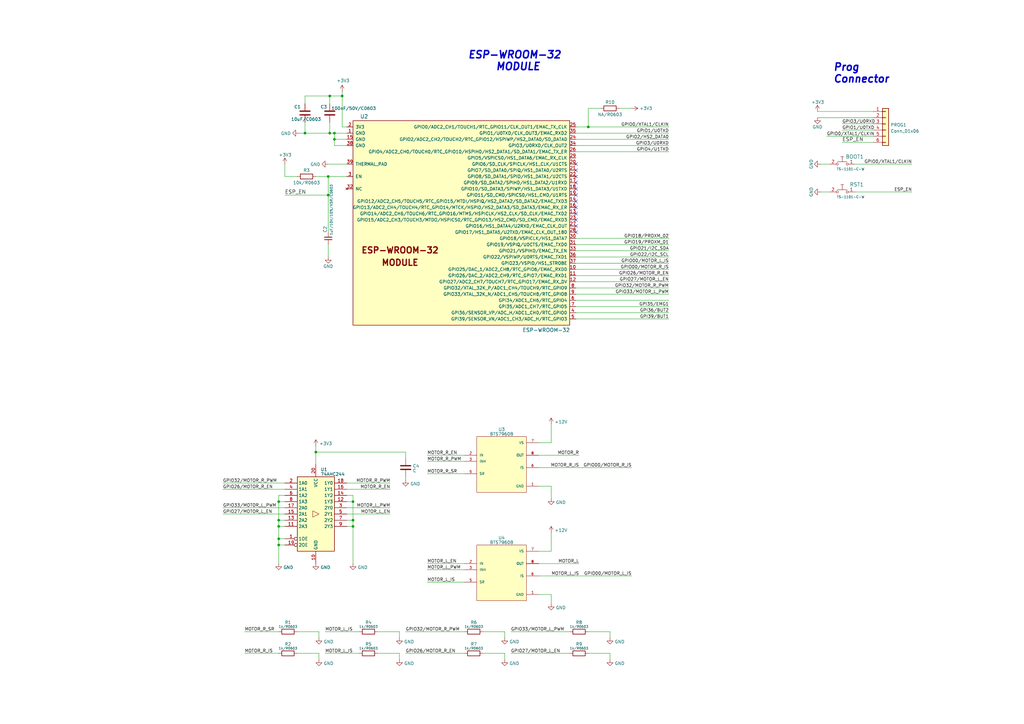
<source format=kicad_sch>
(kicad_sch (version 20230121) (generator eeschema)
  (paper "A3")
  (lib_symbols
    (symbol "74xx:74AHC244"
      (property "Reference" "U" (at -7.62 16.51 0))
      (property "Value" "74AHC244" (at -7.62 -16.51 0))
      (symbol "74AHC244_1_0"
        (polyline (pts (xy 1.27 0) (xy -1.27 1.27) (xy -1.27 -1.27) (xy 1.27 0)) (stroke (width 0.1524)))
        (pin input inverted (at -12.7 -10.16 0) (length 5.08) (name "1OE") (number "1"))
        (pin power_in line (at 0 -20.32 90) (length 5.08) (name "GND") (number "10"))
        (pin input line (at -12.7 -5.08 0) (length 5.08) (name "2A3") (number "11"))
        (pin tri_state line (at 12.7 5.08 180) (length 5.08) (name "1Y3") (number "12"))
        (pin input line (at -12.7 -2.54 0) (length 5.08) (name "2A2") (number "13"))
        (pin tri_state line (at 12.7 7.62 180) (length 5.08) (name "1Y2") (number "14"))
        (pin input line (at -12.7 0 0) (length 5.08) (name "2A1") (number "15"))
        (pin tri_state line (at 12.7 10.16 180) (length 5.08) (name "1Y1") (number "16"))
        (pin input line (at -12.7 2.54 0) (length 5.08) (name "2A0") (number "17"))
        (pin tri_state line (at 12.7 12.7 180) (length 5.08) (name "1Y0") (number "18"))
        (pin input inverted (at -12.7 -12.7 0) (length 5.08) (name "2OE") (number "19"))
        (pin input line (at -12.7 12.7 0) (length 5.08) (name "1A0") (number "2"))
        (pin power_in line (at 0 20.32 270) (length 5.08) (name "VCC") (number "20"))
        (pin tri_state line (at 12.7 2.54 180) (length 5.08) (name "2Y0") (number "3"))
        (pin input line (at -12.7 10.16 0) (length 5.08) (name "1A1") (number "4"))
        (pin tri_state line (at 12.7 0 180) (length 5.08) (name "2Y1") (number "5"))
        (pin input line (at -12.7 7.62 0) (length 5.08) (name "1A2") (number "6"))
        (pin tri_state line (at 12.7 -2.54 180) (length 5.08) (name "2Y2") (number "7"))
        (pin input line (at -12.7 5.08 0) (length 5.08) (name "1A3") (number "8"))
        (pin tri_state line (at 12.7 -5.08 180) (length 5.08) (name "2Y3") (number "9"))
      )
      (symbol "74AHC244_1_1"
        (rectangle (start -7.62 15.24) (end 7.62 -15.24) (stroke (width 0.254)) (fill (type background)))
      )
    )
    (symbol "Connector_Generic:Conn_01x06" (pin_names (offset 1.016) hide)
      (property "Reference" "J" (at 0 7.62 0))
      (property "Value" "Conn_01x06" (at 0 -10.16 0))
      (symbol "Conn_01x06_1_1"
        (rectangle (start -1.27 -7.493) (end 0 -7.747) (stroke (width 0.1524)))
        (rectangle (start -1.27 -4.953) (end 0 -5.207) (stroke (width 0.1524)))
        (rectangle (start -1.27 -2.413) (end 0 -2.667) (stroke (width 0.1524)))
        (rectangle (start -1.27 0.127) (end 0 -0.127) (stroke (width 0.1524)))
        (rectangle (start -1.27 2.667) (end 0 2.413) (stroke (width 0.1524)))
        (rectangle (start -1.27 5.207) (end 0 4.953) (stroke (width 0.1524)))
        (rectangle (start -1.27 6.35) (end 1.27 -8.89) (stroke (width 0.254)) (fill (type background)))
        (pin passive line (at -5.08 5.08 0) (length 3.81) (name "Pin_1") (number "1"))
        (pin passive line (at -5.08 2.54 0) (length 3.81) (name "Pin_2") (number "2"))
        (pin passive line (at -5.08 0 0) (length 3.81) (name "Pin_3") (number "3"))
        (pin passive line (at -5.08 -2.54 0) (length 3.81) (name "Pin_4") (number "4"))
        (pin passive line (at -5.08 -5.08 0) (length 3.81) (name "Pin_5") (number "5"))
        (pin passive line (at -5.08 -7.62 0) (length 3.81) (name "Pin_6") (number "6"))
      )
    )
    (symbol "Device:C" (pin_numbers hide) (pin_names (offset 0.254))
      (property "Reference" "C" (at 0.635 2.54 0))
      (property "Value" "C" (at 0.635 -2.54 0))
      (symbol "C_0_1"
        (polyline (pts (xy -2.032 -0.762) (xy 2.032 -0.762)) (stroke (width 0.508)))
        (polyline (pts (xy -2.032 0.762) (xy 2.032 0.762)) (stroke (width 0.508)))
      )
      (symbol "C_1_1"
        (pin passive line (at 0 3.81 270) (length 2.794) (name "~") (number "1"))
        (pin passive line (at 0 -3.81 90) (length 2.794) (name "~") (number "2"))
      )
    )
    (symbol "ESP32-EVB_Rev_I:+3.3V" (power) (pin_names (offset 0))
      (property "Value" "+3.3V" (at 0 3.556 0))
      (symbol "+3.3V_0_1"
        (polyline (pts (xy -0.762 1.27) (xy 0 2.54)))
        (polyline (pts (xy 0 0) (xy 0 2.54)))
        (polyline (pts (xy 0 2.54) (xy 0.762 1.27)))
      )
      (symbol "+3.3V_1_1"
        (pin power_in line (at 0 0 90) (length 0) hide (name "+3V3") (number "1"))
      )
    )
    (symbol "ESP32-EVB_Rev_I:C" (pin_numbers hide) (pin_names (offset 0.254) hide)
      (property "Reference" "C" (at 0.254 1.778 0))
      (property "Value" "C" (at 0.254 -2.032 0))
      (symbol "C_0_1"
        (polyline (pts (xy -1.524 -0.508) (xy 1.524 -0.508)) (stroke (width 0.3302)))
        (polyline (pts (xy -1.524 0.508) (xy 1.524 0.508)) (stroke (width 0.3048)))
      )
      (symbol "C_1_1"
        (pin passive line (at 0 2.54 270) (length 1.905) (name "~") (number "1"))
        (pin passive line (at 0 -2.54 90) (length 2.032) (name "~") (number "2"))
      )
    )
    (symbol "ESP32-EVB_Rev_I:ESP-WROOM-32" (pin_names (offset 1.016))
      (property "Reference" "U" (at 0 43.18 0))
      (property "Value" "ESP-WROOM-32" (at 0 -45.72 0))
      (symbol "ESP-WROOM-32_0_0"
        (text "ESP-WROOM-32" (at -23.876 -12.446 0) (effects (font (size 2.4892 2.4892) bold)))
        (text "MODULE" (at -23.876 -17.526 0) (effects (font (size 2.4892 2.4892) bold)))
      )
      (symbol "ESP-WROOM-32_0_1"
        (rectangle (start -43.18 40.64) (end 45.72 -43.18) (stroke (width 0.254)) (fill (type background)))
      )
      (symbol "ESP-WROOM-32_1_1"
        (pin power_in line (at -45.72 35.56 0) (length 2.54) (name "GND") (number "1"))
        (pin bidirectional line (at 48.26 -20.32 180) (length 2.54) (name "GPIO25/DAC_1/ADC2_CH8/RTC_GPIO6/EMAC_RXD0") (number "10"))
        (pin bidirectional line (at 48.26 -22.86 180) (length 2.54) (name "GPIO26/DAC_2/ADC2_CH9/RTC_GPIO7/EMAC_RXD1") (number "11"))
        (pin bidirectional line (at 48.26 -25.4 180) (length 2.54) (name "GPIO27/ADC2_CH7/TOUCH7/RTC_GPIO17/EMAC_RX_DV") (number "12"))
        (pin bidirectional line (at 48.26 2.54 180) (length 2.54) (name "GPIO14/ADC2_CH6/TOUCH6/RTC_GPIO16/MTMS/HSPICLK/HS2_CLK/SD_CLK/EMAC_TXD2") (number "13"))
        (pin bidirectional line (at 48.26 7.62 180) (length 2.54) (name "GPIO12/ADC2_CH5/TOUCH5/RTC_GPIO15/MTDI/HSPIQ/HS2_DATA2/SD_DATA2/EMAC_TXD3") (number "14"))
        (pin power_in line (at -45.72 33.02 0) (length 2.54) (name "GND") (number "15"))
        (pin bidirectional line (at 48.26 5.08 180) (length 2.54) (name "GPIO13/ADC2_CH4/TOUCH4/RTC_GPIO14/MTCK/HSPID/HS2_DATA3/SD_DATA3/EMAC_RX_ER") (number "16"))
        (pin bidirectional line (at 48.26 15.24 180) (length 2.54) (name "GPIO9/SD_DATA2/SPIHD/HS1_DATA2/U1RXD") (number "17"))
        (pin bidirectional line (at 48.26 12.7 180) (length 2.54) (name "GPIO10/SD_DATA3/SPIWP/HS1_DATA3/U1TXD") (number "18"))
        (pin bidirectional line (at 48.26 10.16 180) (length 2.54) (name "GPIO11/SD_CMD/SPICS0/HS1_CMD/U1RTS") (number "19"))
        (pin power_in line (at -45.72 38.1 0) (length 2.54) (name "3V3") (number "2"))
        (pin bidirectional line (at 48.26 22.86 180) (length 2.54) (name "GPIO6/SD_CLK/SPICLK/HS1_CLK/U1CTS") (number "20"))
        (pin bidirectional line (at 48.26 20.32 180) (length 2.54) (name "GPIO7/SD_DATA0/SPIQ/HS1_DATA0/U2RTS") (number "21"))
        (pin bidirectional line (at 48.26 17.78 180) (length 2.54) (name "GPIO8/SD_DATA1/SPID/HS1_DATA1/U2CTS") (number "22"))
        (pin bidirectional line (at 48.26 0 180) (length 2.54) (name "GPIO15/ADC2_CH3/TOUCH3/MTDO/HSPICS0/RTC_GPIO13/HS2_CMD/SD_CMD/EMAC_RXD3") (number "23"))
        (pin bidirectional line (at 48.26 33.02 180) (length 2.54) (name "GPIO2/ADC2_CH2/TOUCH2/RTC_GPIO12/HSPIWP/HS2_DATA0/SD_DATA0") (number "24"))
        (pin bidirectional line (at 48.26 38.1 180) (length 2.54) (name "GPIO0/ADC2_CH1/TOUCH1/RTC_GPIO11/CLK_OUT1/EMAC_TX_CLK") (number "25"))
        (pin bidirectional line (at 48.26 27.94 180) (length 2.54) (name "GPIO4/ADC2_CH0/TOUCH0/RTC_GPIO10/HSPIHD/HS2_DATA1/SD_DATA1/EMAC_TX_ER") (number "26"))
        (pin bidirectional line (at 48.26 -2.54 180) (length 2.54) (name "GPIO16/HS1_DATA4/U2RXD/EMAC_CLK_OUT") (number "27"))
        (pin bidirectional line (at 48.26 -5.08 180) (length 2.54) (name "GPIO17/HS1_DATA5/U2TXD/EMAC_CLK_OUT_180") (number "28"))
        (pin bidirectional line (at 48.26 25.4 180) (length 2.54) (name "GPIO5/VSPICS0/HS1_DATA6/EMAC_RX_CLK") (number "29"))
        (pin input line (at -45.72 17.78 0) (length 2.54) (name "EN") (number "3"))
        (pin bidirectional line (at 48.26 -7.62 180) (length 2.54) (name "GPIO18/VSPICLK/HS1_DATA7") (number "30"))
        (pin bidirectional line (at 48.26 -10.16 180) (length 2.54) (name "GPIO19/VSPIQ/U0CTS/EMAC_TXD0") (number "31"))
        (pin no_connect line (at -45.72 12.7 0) (length 2.54) (name "NC") (number "32"))
        (pin bidirectional line (at 48.26 -12.7 180) (length 2.54) (name "GPIO21/VSPIHD/EMAC_TX_EN") (number "33"))
        (pin bidirectional line (at 48.26 30.48 180) (length 2.54) (name "GPIO3/U0RXD/CLK_OUT2") (number "34"))
        (pin bidirectional line (at 48.26 35.56 180) (length 2.54) (name "GPIO1/U0TXD/CLK_OUT3/EMAC_RXD2") (number "35"))
        (pin bidirectional line (at 48.26 -15.24 180) (length 2.54) (name "GPIO22/VSPIWP/U0RTS/EMAC_TXD1") (number "36"))
        (pin bidirectional line (at 48.26 -17.78 180) (length 2.54) (name "GPIO23/VSPID/HS1_STROBE") (number "37"))
        (pin power_in line (at -45.72 30.48 0) (length 2.54) (name "GND") (number "38"))
        (pin power_in line (at -45.72 22.86 0) (length 2.54) (name "THERMAL_PAD") (number "39"))
        (pin input line (at 48.26 -38.1 180) (length 2.54) (name "GPI36/SENSOR_VP/ADC_H/ADC1_CH0/RTC_GPIO0") (number "4"))
        (pin input line (at 48.26 -40.64 180) (length 2.54) (name "GPI39/SENSOR_VN/ADC1_CH3/ADC_H/RTC_GPIO3") (number "5"))
        (pin input line (at 48.26 -33.02 180) (length 2.54) (name "GPI34/ADC1_CH6/RTC_GPIO4") (number "6"))
        (pin input line (at 48.26 -35.56 180) (length 2.54) (name "GPI35/ADC1_CH7/RTC_GPIO5") (number "7"))
        (pin bidirectional line (at 48.26 -27.94 180) (length 2.54) (name "GPIO32/XTAL_32K_P/ADC1_CH4/TOUCH9/RTC_GPIO9") (number "8"))
        (pin bidirectional line (at 48.26 -30.48 180) (length 2.54) (name "GPIO33/XTAL_32K_N/ADC1_CH5/TOUCH8/RTC_GPIO8") (number "9"))
      )
    )
    (symbol "ESP32-EVB_Rev_I:GND" (power) (pin_names (offset 0))
      (property "Value" "GND" (at 0 -3.81 0))
      (symbol "GND_0_1"
        (polyline (pts (xy 0 0) (xy 0 -1.27) (xy 1.27 -1.27) (xy 0 -2.54) (xy -1.27 -1.27) (xy 0 -1.27)))
      )
      (symbol "GND_1_1"
        (pin power_in line (at 0 0 270) (length 0) hide (name "GND") (number "1"))
      )
    )
    (symbol "ESP32-EVB_Rev_I:R" (pin_numbers hide) (pin_names (offset 0))
      (property "Reference" "R" (at 0 2.032 0))
      (property "Value" "R" (at 0 0 0))
      (symbol "R_0_1"
        (rectangle (start 2.54 -1.016) (end -2.54 1.016) (stroke (width 0.254)))
      )
      (symbol "R_1_1"
        (pin passive line (at -3.81 0 0) (length 1.27) (name "~") (number "1"))
        (pin passive line (at 3.81 0 180) (length 1.27) (name "~") (number "2"))
      )
    )
    (symbol "ESP32-EVB_Rev_I:SIDE_WTCM-TR(3x4)" (pin_names (offset 1.016))
      (property "Reference" "SW" (at -4.064 2.794 0))
      (property "Value" "SIDE_WTCM-TR(3x4)" (at 14.478 2.794 0))
      (symbol "SIDE_WTCM-TR(3x4)_0_1"
        (circle (center -2.0066 0) (radius 0.4318))
        (polyline (pts (xy -0.635 3.048) (xy 0.6096 3.048)))
        (polyline (pts (xy -0.0254 0.9398) (xy -2.0066 0.9398)))
        (polyline (pts (xy -0.0254 0.9398) (xy 1.9812 0.9398)))
        (polyline (pts (xy -0.0254 1.016) (xy -0.0254 2.9718)))
        (circle (center 2.0574 0.0254) (radius 0.4318))
      )
      (symbol "SIDE_WTCM-TR(3x4)_1_1"
        (pin passive line (at -5.08 0 0) (length 2.5908) (name "~") (number "1"))
        (pin passive line (at 5.08 0 180) (length 2.5908) (name "~") (number "2"))
      )
    )
    (symbol "OLIMEX_Power:+12V" (power) (pin_names (offset 0))
      (property "Value" "+12V" (at 0 3.556 0))
      (symbol "+12V_0_1"
        (polyline (pts (xy -0.762 1.27) (xy 0 2.54)))
        (polyline (pts (xy 0 0) (xy 0 2.54)))
        (polyline (pts (xy 0 2.54) (xy 0.762 1.27)))
      )
      (symbol "+12V_1_1"
        (pin power_in line (at 0 0 90) (length 0) hide (name "+12V") (number "1"))
      )
    )
    (symbol "shubot_lib_v1.0:BTS7960B" (pin_names (offset 1.016))
      (property "Reference" "U" (at -10.16 10.922 0))
      (property "Value" "BTS7960B" (at -10.16 -15.24 0))
      (symbol "BTS7960B_0_0"
        (rectangle (start -10.16 -12.7) (end 10.16 10.16) (stroke (width 0.1524)) (fill (type background)))
        (pin power_in line (at 15.24 -10.16 180) (length 5.08) (name "GND") (number "1"))
        (pin input line (at -15.24 2.54 0) (length 5.08) (name "IN") (number "2"))
        (pin input line (at -15.24 0 0) (length 5.08) (name "INH") (number "3"))
        (pin output line (at 15.24 2.54 180) (length 5.08) (name "OUT") (number "4"))
        (pin input line (at -15.24 -5.08 0) (length 5.08) (name "SR") (number "5"))
        (pin output line (at 15.24 -2.54 180) (length 5.08) (name "IS") (number "6"))
        (pin power_in line (at 15.24 7.62 180) (length 5.08) (name "VS") (number "7"))
        (pin output line (at 15.24 2.54 180) (length 5.08) (name "OUT") (number "8"))
      )
    )
  )
  (junction (at 125.095 54.61))
  (junction (at 129.54 185.42))
  (junction (at 144.78 215.9))
  (junction (at 241.3 52.07))
  (junction (at 114.3 220.98))
  (junction (at 114.3 205.74))
  (junction (at 114.3 215.9))
  (junction (at 135.255 54.61))
  (junction (at 140.335 39.37))
  (junction (at 137.16 57.15))
  (junction (at 144.78 213.36))
  (junction (at 114.3 223.52))
  (junction (at 134.62 72.39))
  (junction (at 144.78 205.74))
  (junction (at 137.16 54.61))
  (junction (at 135.255 39.37))
  (junction (at 114.3 213.36))
  (junction (at 134.62 80.01))
  (no_connect (at 236.22 74.93))
  (no_connect (at 236.22 72.39))
  (no_connect (at 236.22 82.55))
  (no_connect (at 236.22 67.31))
  (no_connect (at 236.22 77.47))
  (no_connect (at 236.22 90.17))
  (no_connect (at 236.22 92.71))
  (no_connect (at 236.22 85.09))
  (no_connect (at 236.22 69.85))
  (no_connect (at 236.22 87.63))
  (no_connect (at 236.22 80.01))
  (no_connect (at 236.22 95.25))
  (wire (pts (xy 166.37 187.96) (xy 166.37 185.42)))
  (wire (pts (xy 339.09 55.88) (xy 358.14 55.88)))
  (wire (pts (xy 137.16 54.61) (xy 137.16 57.15)))
  (wire (pts (xy 114.3 220.98) (xy 116.84 220.98)))
  (wire (pts (xy 236.22 120.65) (xy 274.32 120.65)))
  (wire (pts (xy 91.44 200.66) (xy 116.84 200.66)))
  (wire (pts (xy 241.3 44.45) (xy 241.3 52.07)))
  (wire (pts (xy 236.22 128.27) (xy 274.32 128.27)))
  (wire (pts (xy 207.01 270.51) (xy 207.01 267.97)))
  (wire (pts (xy 129.54 182.88) (xy 129.54 185.42)))
  (wire (pts (xy 374.015 67.31) (xy 350.52 67.31)))
  (wire (pts (xy 116.84 72.39) (xy 121.92 72.39)))
  (wire (pts (xy 137.16 59.69) (xy 142.24 59.69)))
  (wire (pts (xy 226.06 173.99) (xy 226.06 181.61)))
  (wire (pts (xy 114.3 205.74) (xy 114.3 213.36)))
  (wire (pts (xy 114.3 213.36) (xy 116.84 213.36)))
  (wire (pts (xy 236.22 97.79) (xy 274.32 97.79)))
  (wire (pts (xy 142.24 57.15) (xy 137.16 57.15)))
  (wire (pts (xy 142.24 205.74) (xy 144.78 205.74)))
  (wire (pts (xy 236.22 105.41) (xy 274.32 105.41)))
  (wire (pts (xy 144.78 205.74) (xy 144.78 203.2)))
  (wire (pts (xy 166.37 185.42) (xy 129.54 185.42)))
  (wire (pts (xy 246.38 44.45) (xy 241.3 44.45)))
  (wire (pts (xy 250.19 259.08) (xy 241.3 259.08)))
  (wire (pts (xy 125.095 42.545) (xy 125.095 39.37)))
  (wire (pts (xy 175.26 186.69) (xy 190.5 186.69)))
  (wire (pts (xy 130.81 267.97) (xy 121.92 267.97)))
  (wire (pts (xy 226.06 199.39) (xy 226.06 204.47)))
  (wire (pts (xy 125.095 54.61) (xy 135.255 54.61)))
  (wire (pts (xy 142.24 215.9) (xy 144.78 215.9)))
  (wire (pts (xy 114.3 205.74) (xy 116.84 205.74)))
  (wire (pts (xy 236.22 57.15) (xy 274.32 57.15)))
  (wire (pts (xy 236.22 113.03) (xy 274.32 113.03)))
  (wire (pts (xy 250.19 267.97) (xy 241.3 267.97)))
  (wire (pts (xy 236.22 52.07) (xy 241.3 52.07)))
  (wire (pts (xy 140.335 52.07) (xy 142.24 52.07)))
  (wire (pts (xy 335.28 45.72) (xy 358.14 45.72)))
  (wire (pts (xy 129.54 72.39) (xy 134.62 72.39)))
  (wire (pts (xy 226.06 226.06) (xy 220.98 226.06)))
  (wire (pts (xy 114.3 223.52) (xy 114.3 220.98)))
  (wire (pts (xy 129.54 185.42) (xy 129.54 190.5)))
  (wire (pts (xy 125.095 50.165) (xy 125.095 54.61)))
  (wire (pts (xy 236.22 62.23) (xy 274.32 62.23)))
  (wire (pts (xy 166.37 195.58) (xy 166.37 196.85)))
  (wire (pts (xy 133.35 267.97) (xy 147.32 267.97)))
  (wire (pts (xy 134.62 72.39) (xy 142.24 72.39)))
  (wire (pts (xy 335.28 48.26) (xy 358.14 48.26)))
  (wire (pts (xy 134.62 80.01) (xy 116.84 80.01)))
  (wire (pts (xy 175.26 189.23) (xy 190.5 189.23)))
  (wire (pts (xy 209.55 259.08) (xy 233.68 259.08)))
  (wire (pts (xy 220.98 199.39) (xy 226.06 199.39)))
  (wire (pts (xy 250.19 270.51) (xy 250.19 267.97)))
  (wire (pts (xy 236.22 100.33) (xy 274.32 100.33)))
  (wire (pts (xy 122.555 54.61) (xy 125.095 54.61)))
  (wire (pts (xy 166.37 267.97) (xy 190.5 267.97)))
  (wire (pts (xy 114.3 223.52) (xy 116.84 223.52)))
  (wire (pts (xy 116.84 67.31) (xy 116.84 72.39)))
  (wire (pts (xy 133.35 259.08) (xy 147.32 259.08)))
  (wire (pts (xy 135.255 54.61) (xy 137.16 54.61)))
  (wire (pts (xy 130.81 259.08) (xy 121.92 259.08)))
  (wire (pts (xy 226.06 218.44) (xy 226.06 226.06)))
  (wire (pts (xy 130.81 261.62) (xy 130.81 259.08)))
  (wire (pts (xy 144.78 231.14) (xy 144.78 215.9)))
  (wire (pts (xy 100.33 267.97) (xy 114.3 267.97)))
  (wire (pts (xy 207.01 259.08) (xy 198.12 259.08)))
  (wire (pts (xy 163.83 267.97) (xy 154.94 267.97)))
  (wire (pts (xy 163.83 261.62) (xy 163.83 259.08)))
  (wire (pts (xy 226.06 181.61) (xy 220.98 181.61)))
  (wire (pts (xy 142.24 198.12) (xy 160.02 198.12)))
  (wire (pts (xy 345.44 53.34) (xy 358.14 53.34)))
  (wire (pts (xy 254 44.45) (xy 259.08 44.45)))
  (wire (pts (xy 134.62 100.33) (xy 134.62 105.41)))
  (wire (pts (xy 236.22 118.11) (xy 274.32 118.11)))
  (wire (pts (xy 374.015 78.74) (xy 350.52 78.74)))
  (wire (pts (xy 114.3 231.14) (xy 114.3 223.52)))
  (wire (pts (xy 236.22 125.73) (xy 274.32 125.73)))
  (wire (pts (xy 236.22 102.87) (xy 274.32 102.87)))
  (wire (pts (xy 175.26 233.68) (xy 190.5 233.68)))
  (wire (pts (xy 250.19 261.62) (xy 250.19 259.08)))
  (wire (pts (xy 135.255 39.37) (xy 140.335 39.37)))
  (wire (pts (xy 142.24 213.36) (xy 144.78 213.36)))
  (wire (pts (xy 163.83 270.51) (xy 163.83 267.97)))
  (wire (pts (xy 91.44 208.28) (xy 116.84 208.28)))
  (wire (pts (xy 345.44 58.42) (xy 358.14 58.42)))
  (wire (pts (xy 220.98 236.22) (xy 259.08 236.22)))
  (wire (pts (xy 140.335 37.465) (xy 140.335 39.37)))
  (wire (pts (xy 114.3 203.2) (xy 114.3 205.74)))
  (wire (pts (xy 220.98 231.14) (xy 237.49 231.14)))
  (wire (pts (xy 114.3 215.9) (xy 114.3 220.98)))
  (wire (pts (xy 236.22 110.49) (xy 274.32 110.49)))
  (wire (pts (xy 91.44 210.82) (xy 116.84 210.82)))
  (wire (pts (xy 142.24 210.82) (xy 160.02 210.82)))
  (wire (pts (xy 236.22 115.57) (xy 274.32 115.57)))
  (wire (pts (xy 207.01 267.97) (xy 198.12 267.97)))
  (wire (pts (xy 142.24 67.31) (xy 134.62 67.31)))
  (wire (pts (xy 175.26 238.76) (xy 190.5 238.76)))
  (wire (pts (xy 220.98 191.77) (xy 259.08 191.77)))
  (wire (pts (xy 114.3 215.9) (xy 116.84 215.9)))
  (wire (pts (xy 336.55 67.31) (xy 340.36 67.31)))
  (wire (pts (xy 142.24 208.28) (xy 160.02 208.28)))
  (wire (pts (xy 226.06 247.65) (xy 226.06 243.84)))
  (wire (pts (xy 209.55 267.97) (xy 233.68 267.97)))
  (wire (pts (xy 175.26 231.14) (xy 190.5 231.14)))
  (wire (pts (xy 163.83 259.08) (xy 154.94 259.08)))
  (wire (pts (xy 142.24 200.66) (xy 160.02 200.66)))
  (wire (pts (xy 345.44 50.8) (xy 358.14 50.8)))
  (wire (pts (xy 220.98 186.69) (xy 237.49 186.69)))
  (wire (pts (xy 125.095 39.37) (xy 135.255 39.37)))
  (wire (pts (xy 144.78 203.2) (xy 142.24 203.2)))
  (wire (pts (xy 166.37 259.08) (xy 190.5 259.08)))
  (wire (pts (xy 175.26 194.31) (xy 190.5 194.31)))
  (wire (pts (xy 236.22 54.61) (xy 274.32 54.61)))
  (wire (pts (xy 100.33 259.08) (xy 114.3 259.08)))
  (wire (pts (xy 241.3 52.07) (xy 274.32 52.07)))
  (wire (pts (xy 226.06 243.84) (xy 220.98 243.84)))
  (wire (pts (xy 135.255 50.165) (xy 135.255 54.61)))
  (wire (pts (xy 236.22 59.69) (xy 274.32 59.69)))
  (wire (pts (xy 135.255 39.37) (xy 135.255 42.545)))
  (wire (pts (xy 336.55 78.74) (xy 340.36 78.74)))
  (wire (pts (xy 134.62 72.39) (xy 134.62 80.01)))
  (wire (pts (xy 116.84 203.2) (xy 114.3 203.2)))
  (wire (pts (xy 236.22 130.81) (xy 274.32 130.81)))
  (wire (pts (xy 140.335 39.37) (xy 140.335 52.07)))
  (wire (pts (xy 236.22 123.19) (xy 274.32 123.19)))
  (wire (pts (xy 137.16 54.61) (xy 142.24 54.61)))
  (wire (pts (xy 91.44 198.12) (xy 116.84 198.12)))
  (wire (pts (xy 144.78 215.9) (xy 144.78 213.36)))
  (wire (pts (xy 134.62 80.01) (xy 134.62 95.25)))
  (wire (pts (xy 137.16 57.15) (xy 137.16 59.69)))
  (wire (pts (xy 130.81 270.51) (xy 130.81 267.97)))
  (wire (pts (xy 144.78 213.36) (xy 144.78 205.74)))
  (wire (pts (xy 236.22 107.95) (xy 274.32 107.95)))
  (wire (pts (xy 114.3 213.36) (xy 114.3 215.9)))
  (wire (pts (xy 207.01 261.62) (xy 207.01 259.08)))
  (text "ESP-WROOM-32\n     MODULE" (at 191.77 29.21 0) (effects (font (size 2.9972 2.9972) (thickness 0.5994) bold italic) (justify left bottom)))
  (text "Prog\nConnector" (at 341.63 34.29 0) (effects (font (size 2.9972 2.9972) (thickness 0.5994) bold italic) (justify left bottom)))
  (label "ESP_EN" (at 345.44 58.42 0) (effects (font (size 1.524 1.524))))
  (label "GPI36{slash}BUT2" (at 274.32 128.27 180))
  (label "MOTOR_R_EN" (at 160.02 200.66 180))
  (label "GPIO1/U0TXD" (at 345.44 53.34 0))
  (label "GPIO00{slash}MOTOR_R_IS" (at 259.08 191.77 180))
  (label "MOTOR_L_IS" (at 133.35 267.97 0))
  (label "MOTOR_L_IS" (at 133.35 259.08 0))
  (label "MOTOR_L_PWM" (at 160.02 208.28 180))
  (label "GPIO0{slash}XTAL1{slash}CLKIN" (at 274.32 52.07 180))
  (label "ESP_EN" (at 116.84 80.01 0) (effects (font (size 1.524 1.524))))
  (label "MOTOR_L_IS" (at 237.49 236.22 180))
  (label "GPIO18{slash}PROXM_02" (at 274.32 97.79 180))
  (label "MOTOR_L_PWM" (at 175.26 233.68 0))
  (label "GPIO32{slash}MOTOR_R_PWM" (at 166.37 259.08 0))
  (label "GPIO32{slash}MOTOR_R_PWM" (at 91.44 198.12 0))
  (label "MOTOR_L_IS" (at 175.26 238.76 0))
  (label "MOTOR_R_PWM" (at 160.02 198.12 180))
  (label "GPIO3/U0RXD" (at 274.32 59.69 180))
  (label "GPIO32{slash}MOTOR_R_PWM" (at 274.32 118.11 180))
  (label "GPIO00{slash}MOTOR_L_IS" (at 259.08 236.22 180))
  (label "MOTOR_L_EN" (at 175.26 231.14 0))
  (label "GPIO00{slash}MOTOR_L_IS" (at 274.32 107.95 180))
  (label "ESP_EN" (at 374.015 78.74 180))
  (label "GPIO4{slash}U1TXD" (at 274.32 62.23 180))
  (label "GPIO33{slash}MOTOR_L_PWM" (at 91.44 208.28 0))
  (label "GPIO0{slash}XTAL1{slash}CLKIN" (at 374.015 67.31 180))
  (label "MOTOR_L_EN" (at 160.02 210.82 180))
  (label "GPIO26{slash}MOTOR_R_EN" (at 274.32 113.03 180))
  (label "GPIO33{slash}MOTOR_L_PWM" (at 274.32 120.65 180))
  (label "GPIO0{slash}XTAL1{slash}CLKIN" (at 339.09 55.88 0))
  (label "GPIO00{slash}MOTOR_R_IS" (at 274.32 110.49 180))
  (label "MOTOR_R_SR" (at 175.26 194.31 0))
  (label "MOTOR_R_IS" (at 100.33 267.97 0))
  (label "GPIO21{slash}I2C_SDA" (at 274.32 102.87 180))
  (label "GPIO22{slash}I2C_SCL" (at 274.32 105.41 180))
  (label "MOTOR_R_IS" (at 237.49 191.77 180))
  (label "MOTOR_R" (at 237.49 186.69 180))
  (label "GPIO27{slash}MOTOR_L_EN" (at 91.44 210.82 0))
  (label "GPIO26{slash}MOTOR_R_EN" (at 166.37 267.97 0))
  (label "GPI39{slash}BUT1" (at 274.32 130.81 180))
  (label "GPIO33{slash}MOTOR_L_PWM" (at 209.55 259.08 0))
  (label "GPIO27{slash}MOTOR_L_EN" (at 209.55 267.97 0))
  (label "GPIO19{slash}PROXM_01" (at 274.32 100.33 180))
  (label "GPIO2/HS2_DATA0" (at 274.32 57.15 180))
  (label "GPI35{slash}EMG1" (at 274.32 125.73 180))
  (label "MOTOR_R_EN" (at 175.26 186.69 0))
  (label "GPIO26{slash}MOTOR_R_EN" (at 91.44 200.66 0))
  (label "GPIO1/U0TXD" (at 274.32 54.61 180))
  (label "MOTOR_R_PWM" (at 175.26 189.23 0))
  (label "MOTOR_L" (at 237.49 231.14 180))
  (label "MOTOR_R_SR" (at 100.33 259.08 0))
  (label "GPIO27{slash}MOTOR_L_EN" (at 274.32 115.57 180))
  (label "GPIO3/U0RXD" (at 345.44 50.8 0))
  (symbol (lib_id "74xx:74AHC244") (at 129.54 210.82 0) (unit 1)
    (property "Reference" "U1" (at 131.4959 192.5701 0) (effects (justify left)))
    (property "Value" "74AHC244" (at 131.4959 194.4911 0) (effects (justify left)))
    (property "Footprint" "Package_SO:SO-20_12.8x7.5mm_P1.27mm" (effects hide))
    (property "Datasheet" "https://assets.nexperia.com/documents/data-sheet/74AHC_AHCT244.pdf" (effects hide))
  )
  (symbol (lib_id "ESP32-EVB_Rev_I:+3.3V") (at 116.84 67.31 0) (unit 1)
    (property "Reference" "#PWR02" (effects hide))
    (property "Value" "+3.3V" (at 114.3 63.5 0) (effects (justify left)))
  )
  (symbol (lib_id "ESP32-EVB_Rev_I:GND") (at 226.06 204.47 0) (unit 1)
    (property "Reference" "#PWR018" (effects hide))
    (property "Value" "GND" (at 227.965 206.0568 0) (effects (justify left)))
  )
  (symbol (lib_id "ESP32-EVB_Rev_I:GND") (at 134.62 67.31 270) (unit 1)
    (property "Reference" "#PWR08" (effects hide))
    (property "Value" "GND" (at 131.3688 67.437 90) (effects (justify right)))
  )
  (symbol (lib_id "shubot_lib_v1.0:BTS7960B") (at 205.74 233.68 0) (unit 1)
    (property "Reference" "U4" (at 205.74 220.5609 0))
    (property "Value" "BTS7960B" (at 205.74 222.4819 0))
    (property "Footprint" "shubot_lib:DPAK127P1490X440-8N" (effects hide))
    (property "STANDARD" "IPC-7351B" (effects hide))
    (property "PARTREV" "1.1" (effects hide))
    (property "MANUFACTURER" "Infineon" (effects hide))
    (property "MAXIMUM_PACKAGE_HEIGHT" "4.4mm" (effects hide))
  )
  (symbol (lib_id "ESP32-EVB_Rev_I:GND") (at 335.28 48.26 0) (unit 1)
    (property "Reference" "#PWR025" (effects hide))
    (property "Value" "GND" (at 335.28 52.07 0))
  )
  (symbol (lib_id "Connector_Generic:Conn_01x06") (at 363.22 50.8 0) (unit 1)
    (property "Reference" "PROG1" (at 365.252 51.2353 0) (effects (justify left)))
    (property "Value" "Conn_01x06" (at 365.252 53.7722 0) (effects (justify left)))
    (property "Footprint" "Connector_PinHeader_2.54mm:PinHeader_1x06_P2.54mm_Vertical" (effects hide))
  )
  (symbol (lib_id "ESP32-EVB_Rev_I:GND") (at 336.55 67.31 270) (unit 1)
    (property "Reference" "#PWR026" (effects hide))
    (property "Value" "GND" (at 332.74 67.31 0))
  )
  (symbol (lib_id "ESP32-EVB_Rev_I:+3.3V") (at 335.28 45.72 0) (unit 1)
    (property "Reference" "#PWR024" (effects hide))
    (property "Value" "+3.3V" (at 332.74 41.91 0) (effects (justify left)))
  )
  (symbol (lib_id "ESP32-EVB_Rev_I:R") (at 118.11 259.08 0) (unit 1)
    (property "Reference" "R1" (at 118.11 255.2815 0))
    (property "Value" "1k/R0603" (at 118.11 257.0191 0) (effects (font (size 0.9906 0.9906))))
    (property "Footprint" "Resistor_SMD:R_0603_1608Metric" (effects hide))
    (property "Fieldname 1" "Value 1" (effects hide))
    (property "Fieldname2" "Value2" (effects hide))
    (property "Fieldname3" "Value3" (effects hide))
  )
  (symbol (lib_id "ESP32-EVB_Rev_I:GND") (at 207.01 261.62 0) (unit 1)
    (property "Reference" "#PWR015" (effects hide))
    (property "Value" "GND" (at 208.915 263.2068 0) (effects (justify left)))
  )
  (symbol (lib_id "ESP32-EVB_Rev_I:GND") (at 130.81 270.51 0) (unit 1)
    (property "Reference" "#PWR07" (effects hide))
    (property "Value" "GND" (at 132.715 272.0968 0) (effects (justify left)))
  )
  (symbol (lib_id "ESP32-EVB_Rev_I:C") (at 134.62 97.79 180) (unit 1)
    (property "Reference" "C2" (at 133.35 92.71 90) (effects (justify left)))
    (property "Value" "1uF/10V/10%/X5R/C0603" (at 135.89 75.565 90) (effects (font (size 1.016 1.016)) (justify left)))
    (property "Footprint" "Capacitor_SMD:C_0603_1608Metric" (effects hide))
  )
  (symbol (lib_id "ESP32-EVB_Rev_I:SIDE_WTCM-TR(3x4)") (at 345.44 67.31 0) (mirror y) (unit 1)
    (property "Reference" "BOOT1" (at 354.33 64.262 0) (effects (font (size 1.524 1.524)) (justify left)))
    (property "Value" "TS-1101-C-W" (at 354.584 69.342 0) (effects (font (size 0.9906 0.9906)) (justify left)))
    (property "Footprint" "Button_Switch_SMD:SW_SPST_CK_RS282G05A3" (effects hide))
    (property "Fieldname 1" "Value 1" (effects hide))
    (property "Fieldname2" "Value2" (effects hide))
    (property "Fieldname3" "Value3" (effects hide))
    (property "JLCPCB" "C318938" (effects hide))
  )
  (symbol (lib_id "ESP32-EVB_Rev_I:R") (at 194.31 259.08 0) (unit 1)
    (property "Reference" "R6" (at 194.31 255.2815 0))
    (property "Value" "1k/R0603" (at 194.31 257.0191 0) (effects (font (size 0.9906 0.9906))))
    (property "Footprint" "Resistor_SMD:R_0603_1608Metric" (effects hide))
    (property "Fieldname 1" "Value 1" (effects hide))
    (property "Fieldname2" "Value2" (effects hide))
    (property "Fieldname3" "Value3" (effects hide))
  )
  (symbol (lib_id "ESP32-EVB_Rev_I:GND") (at 134.62 105.41 0) (unit 1)
    (property "Reference" "#PWR09" (effects hide))
    (property "Value" "GND" (at 134.62 109.22 0))
  )
  (symbol (lib_id "ESP32-EVB_Rev_I:GND") (at 163.83 261.62 0) (unit 1)
    (property "Reference" "#PWR012" (effects hide))
    (property "Value" "GND" (at 165.735 263.2068 0) (effects (justify left)))
  )
  (symbol (lib_id "ESP32-EVB_Rev_I:R") (at 151.13 259.08 0) (unit 1)
    (property "Reference" "R4" (at 151.13 255.2815 0))
    (property "Value" "1k/R0603" (at 151.13 257.0191 0) (effects (font (size 0.9906 0.9906))))
    (property "Footprint" "Resistor_SMD:R_0603_1608Metric" (effects hide))
    (property "Fieldname 1" "Value 1" (effects hide))
    (property "Fieldname2" "Value2" (effects hide))
    (property "Fieldname3" "Value3" (effects hide))
  )
  (symbol (lib_id "ESP32-EVB_Rev_I:GND") (at 122.555 54.61 270) (unit 1)
    (property "Reference" "#PWR03" (effects hide))
    (property "Value" "GND" (at 119.3038 54.737 90) (effects (justify right)))
  )
  (symbol (lib_id "ESP32-EVB_Rev_I:R") (at 125.73 72.39 0) (unit 1)
    (property "Reference" "R3" (at 125.73 69.85 0))
    (property "Value" "10k/R0603" (at 125.73 74.93 0))
    (property "Footprint" "Resistor_SMD:R_0603_1608Metric" (effects hide))
    (property "Fieldname 1" "Value 1" (effects hide))
    (property "Fieldname2" "Value2" (effects hide))
    (property "Fieldname3" "Value3" (effects hide))
  )
  (symbol (lib_id "OLIMEX_Power:+12V") (at 226.06 173.99 0) (unit 1)
    (property "Reference" "#PWR017" (effects hide))
    (property "Value" "+12V" (at 227.457 173.0368 0) (effects (justify left)))
  )
  (symbol (lib_id "ESP32-EVB_Rev_I:GND") (at 130.81 261.62 0) (unit 1)
    (property "Reference" "#PWR06" (effects hide))
    (property "Value" "GND" (at 132.715 263.2068 0) (effects (justify left)))
  )
  (symbol (lib_id "Device:C") (at 125.095 46.355 0) (unit 1)
    (property "Reference" "C1" (at 120.65 43.815 0) (effects (justify left)))
    (property "Value" "10uF/C0603" (at 119.38 48.895 0) (effects (justify left)))
    (property "Footprint" "Capacitor_SMD:C_0603_1608Metric" (effects hide))
  )
  (symbol (lib_id "ESP32-EVB_Rev_I:GND") (at 129.54 231.14 0) (unit 1)
    (property "Reference" "#PWR05" (effects hide))
    (property "Value" "GND" (at 131.445 232.7268 0) (effects (justify left)))
  )
  (symbol (lib_id "ESP32-EVB_Rev_I:R") (at 237.49 259.08 0) (unit 1)
    (property "Reference" "R8" (at 237.49 255.2815 0))
    (property "Value" "1k/R0603" (at 237.49 257.0191 0) (effects (font (size 0.9906 0.9906))))
    (property "Footprint" "Resistor_SMD:R_0603_1608Metric" (effects hide))
    (property "Fieldname 1" "Value 1" (effects hide))
    (property "Fieldname2" "Value2" (effects hide))
    (property "Fieldname3" "Value3" (effects hide))
  )
  (symbol (lib_id "ESP32-EVB_Rev_I:GND") (at 336.55 78.74 270) (unit 1)
    (property "Reference" "#PWR027" (effects hide))
    (property "Value" "GND" (at 332.74 78.74 0))
  )
  (symbol (lib_id "ESP32-EVB_Rev_I:+3.3V") (at 140.335 37.465 0) (unit 1)
    (property "Reference" "#PWR010" (effects hide))
    (property "Value" "+3.3V" (at 140.716 33.0708 0))
  )
  (symbol (lib_id "ESP32-EVB_Rev_I:GND") (at 250.19 270.51 0) (unit 1)
    (property "Reference" "#PWR022" (effects hide))
    (property "Value" "GND" (at 252.095 272.0968 0) (effects (justify left)))
  )
  (symbol (lib_id "Device:C") (at 135.255 46.355 0) (unit 1)
    (property "Reference" "C3" (at 131.445 43.815 0) (effects (justify left)))
    (property "Value" "100nF/50V/C0603" (at 135.89 44.45 0) (effects (justify left)))
    (property "Footprint" "Capacitor_SMD:C_0603_1608Metric" (effects hide))
  )
  (symbol (lib_id "ESP32-EVB_Rev_I:SIDE_WTCM-TR(3x4)") (at 345.44 78.74 0) (mirror y) (unit 1)
    (property "Reference" "RST1" (at 354.33 75.692 0) (effects (font (size 1.524 1.524)) (justify left)))
    (property "Value" "TS-1101-C-W" (at 354.584 80.772 0) (effects (font (size 0.9906 0.9906)) (justify left)))
    (property "Footprint" "Button_Switch_SMD:SW_SPST_CK_RS282G05A3" (effects hide))
    (property "Fieldname 1" "Value 1" (effects hide))
    (property "Fieldname2" "Value2" (effects hide))
    (property "Fieldname3" "Value3" (effects hide))
    (property "JLCPCB" "C318938" (effects hide))
  )
  (symbol (lib_id "ESP32-EVB_Rev_I:R") (at 237.49 267.97 0) (unit 1)
    (property "Reference" "R9" (at 237.49 264.1715 0))
    (property "Value" "1k/R0603" (at 237.49 265.9091 0) (effects (font (size 0.9906 0.9906))))
    (property "Footprint" "Resistor_SMD:R_0603_1608Metric" (effects hide))
    (property "Fieldname 1" "Value 1" (effects hide))
    (property "Fieldname2" "Value2" (effects hide))
    (property "Fieldname3" "Value3" (effects hide))
  )
  (symbol (lib_id "ESP32-EVB_Rev_I:GND") (at 207.01 270.51 0) (unit 1)
    (property "Reference" "#PWR016" (effects hide))
    (property "Value" "GND" (at 208.915 272.0968 0) (effects (justify left)))
  )
  (symbol (lib_id "ESP32-EVB_Rev_I:GND") (at 166.37 196.85 0) (unit 1)
    (property "Reference" "#PWR014" (effects hide))
    (property "Value" "GND" (at 168.275 198.4368 0) (effects (justify left)))
  )
  (symbol (lib_id "OLIMEX_Power:+12V") (at 226.06 218.44 0) (unit 1)
    (property "Reference" "#PWR019" (effects hide))
    (property "Value" "+12V" (at 227.457 217.4868 0) (effects (justify left)))
  )
  (symbol (lib_id "ESP32-EVB_Rev_I:R") (at 194.31 267.97 0) (unit 1)
    (property "Reference" "R7" (at 194.31 264.1715 0))
    (property "Value" "1k/R0603" (at 194.31 265.9091 0) (effects (font (size 0.9906 0.9906))))
    (property "Footprint" "Resistor_SMD:R_0603_1608Metric" (effects hide))
    (property "Fieldname 1" "Value 1" (effects hide))
    (property "Fieldname2" "Value2" (effects hide))
    (property "Fieldname3" "Value3" (effects hide))
  )
  (symbol (lib_id "ESP32-EVB_Rev_I:R") (at 250.19 44.45 0) (unit 1)
    (property "Reference" "R10" (at 250.19 41.91 0))
    (property "Value" "NA/R0603" (at 250.19 46.99 0))
    (property "Footprint" "Resistor_SMD:R_0603_1608Metric" (effects hide))
    (property "Fieldname 1" "Value 1" (effects hide))
    (property "Fieldname2" "Value2" (effects hide))
    (property "Fieldname3" "Value3" (effects hide))
  )
  (symbol (lib_id "ESP32-EVB_Rev_I:+3.3V") (at 129.54 182.88 0) (unit 1)
    (property "Reference" "#PWR04" (effects hide))
    (property "Value" "+3.3V" (at 130.937 181.9268 0) (effects (justify left)))
  )
  (symbol (lib_id "ESP32-EVB_Rev_I:GND") (at 163.83 270.51 0) (unit 1)
    (property "Reference" "#PWR013" (effects hide))
    (property "Value" "GND" (at 165.735 272.0968 0) (effects (justify left)))
  )
  (symbol (lib_id "shubot_lib_v1.0:BTS7960B") (at 205.74 189.23 0) (unit 1)
    (property "Reference" "U3" (at 205.74 176.1109 0))
    (property "Value" "BTS7960B" (at 205.74 178.0319 0))
    (property "Footprint" "shubot_lib:DPAK127P1490X440-8N" (effects hide))
    (property "STANDARD" "IPC-7351B" (effects hide))
    (property "PARTREV" "1.1" (effects hide))
    (property "MANUFACTURER" "Infineon" (effects hide))
    (property "MAXIMUM_PACKAGE_HEIGHT" "4.4mm" (effects hide))
  )
  (symbol (lib_id "ESP32-EVB_Rev_I:GND") (at 226.06 247.65 0) (unit 1)
    (property "Reference" "#PWR020" (effects hide))
    (property "Value" "GND" (at 227.965 249.2368 0) (effects (justify left)))
  )
  (symbol (lib_id "ESP32-EVB_Rev_I:ESP-WROOM-32") (at 187.96 90.17 0) (unit 1)
    (property "Reference" "U2" (at 149.352 47.752 0) (effects (font (size 1.524 1.524))))
    (property "Value" "ESP-WROOM-32" (at 224.028 135.382 0) (effects (font (size 1.524 1.524))))
    (property "Footprint" "RF_Module:ESP32-WROOM-32" (effects hide))
    (property "Fieldname 1" "Value 1" (effects hide))
    (property "Fieldname2" "Value2" (effects hide))
    (property "Fieldname3" "Value3" (effects hide))
    (property "JLCPCB" "C2934568" (effects hide))
  )
  (symbol (lib_id "ESP32-EVB_Rev_I:GND") (at 144.78 231.14 0) (unit 1)
    (property "Reference" "#PWR011" (effects hide))
    (property "Value" "GND" (at 146.685 232.7268 0) (effects (justify left)))
  )
  (symbol (lib_id "ESP32-EVB_Rev_I:R") (at 151.13 267.97 0) (unit 1)
    (property "Reference" "R5" (at 151.13 264.1715 0))
    (property "Value" "1k/R0603" (at 151.13 265.9091 0) (effects (font (size 0.9906 0.9906))))
    (property "Footprint" "Resistor_SMD:R_0603_1608Metric" (effects hide))
    (property "Fieldname 1" "Value 1" (effects hide))
    (property "Fieldname2" "Value2" (effects hide))
    (property "Fieldname3" "Value3" (effects hide))
  )
  (symbol (lib_id "ESP32-EVB_Rev_I:GND") (at 114.3 231.14 0) (unit 1)
    (property "Reference" "#PWR01" (effects hide))
    (property "Value" "GND" (at 116.205 232.7268 0) (effects (justify left)))
  )
  (symbol (lib_id "ESP32-EVB_Rev_I:GND") (at 250.19 261.62 0) (unit 1)
    (property "Reference" "#PWR021" (effects hide))
    (property "Value" "GND" (at 252.095 263.2068 0) (effects (justify left)))
  )
  (symbol (lib_id "ESP32-EVB_Rev_I:+3.3V") (at 259.08 44.45 270) (unit 1)
    (property "Reference" "#PWR023" (effects hide))
    (property "Value" "+3.3V" (at 262.255 44.45 90) (effects (justify left)))
  )
  (symbol (lib_id "ESP32-EVB_Rev_I:R") (at 118.11 267.97 0) (unit 1)
    (property "Reference" "R2" (at 118.11 264.1715 0))
    (property "Value" "1k/R0603" (at 118.11 265.9091 0) (effects (font (size 0.9906 0.9906))))
    (property "Footprint" "Resistor_SMD:R_0603_1608Metric" (effects hide))
    (property "Fieldname 1" "Value 1" (effects hide))
    (property "Fieldname2" "Value2" (effects hide))
    (property "Fieldname3" "Value3" (effects hide))
  )
  (symbol (lib_id "Device:C") (at 166.37 191.77 0) (unit 1)
    (property "Reference" "C4" (at 169.291 191.1263 0) (effects (justify left)))
    (property "Value" "C" (at 169.291 193.0473 0) (effects (justify left)))
  )
)
</source>
